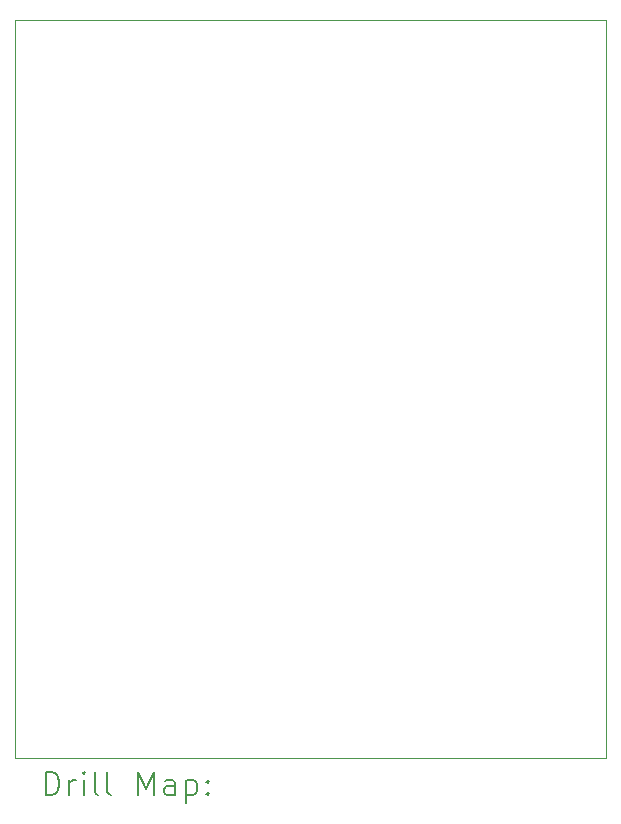
<source format=gbr>
%TF.GenerationSoftware,KiCad,Pcbnew,9.0.4*%
%TF.CreationDate,2025-09-25T20:50:39+02:00*%
%TF.ProjectId,switchboard,73776974-6368-4626-9f61-72642e6b6963,rev?*%
%TF.SameCoordinates,Original*%
%TF.FileFunction,Drillmap*%
%TF.FilePolarity,Positive*%
%FSLAX45Y45*%
G04 Gerber Fmt 4.5, Leading zero omitted, Abs format (unit mm)*
G04 Created by KiCad (PCBNEW 9.0.4) date 2025-09-25 20:50:39*
%MOMM*%
%LPD*%
G01*
G04 APERTURE LIST*
%ADD10C,0.050000*%
%ADD11C,0.200000*%
G04 APERTURE END LIST*
D10*
X6750000Y-6000000D02*
X11750000Y-6000000D01*
X11750000Y-12250000D01*
X6750000Y-12250000D01*
X6750000Y-6000000D01*
D11*
X7008277Y-12563984D02*
X7008277Y-12363984D01*
X7008277Y-12363984D02*
X7055896Y-12363984D01*
X7055896Y-12363984D02*
X7084467Y-12373508D01*
X7084467Y-12373508D02*
X7103515Y-12392555D01*
X7103515Y-12392555D02*
X7113039Y-12411603D01*
X7113039Y-12411603D02*
X7122562Y-12449698D01*
X7122562Y-12449698D02*
X7122562Y-12478269D01*
X7122562Y-12478269D02*
X7113039Y-12516365D01*
X7113039Y-12516365D02*
X7103515Y-12535412D01*
X7103515Y-12535412D02*
X7084467Y-12554460D01*
X7084467Y-12554460D02*
X7055896Y-12563984D01*
X7055896Y-12563984D02*
X7008277Y-12563984D01*
X7208277Y-12563984D02*
X7208277Y-12430650D01*
X7208277Y-12468746D02*
X7217801Y-12449698D01*
X7217801Y-12449698D02*
X7227324Y-12440174D01*
X7227324Y-12440174D02*
X7246372Y-12430650D01*
X7246372Y-12430650D02*
X7265420Y-12430650D01*
X7332086Y-12563984D02*
X7332086Y-12430650D01*
X7332086Y-12363984D02*
X7322562Y-12373508D01*
X7322562Y-12373508D02*
X7332086Y-12383031D01*
X7332086Y-12383031D02*
X7341610Y-12373508D01*
X7341610Y-12373508D02*
X7332086Y-12363984D01*
X7332086Y-12363984D02*
X7332086Y-12383031D01*
X7455896Y-12563984D02*
X7436848Y-12554460D01*
X7436848Y-12554460D02*
X7427324Y-12535412D01*
X7427324Y-12535412D02*
X7427324Y-12363984D01*
X7560658Y-12563984D02*
X7541610Y-12554460D01*
X7541610Y-12554460D02*
X7532086Y-12535412D01*
X7532086Y-12535412D02*
X7532086Y-12363984D01*
X7789229Y-12563984D02*
X7789229Y-12363984D01*
X7789229Y-12363984D02*
X7855896Y-12506841D01*
X7855896Y-12506841D02*
X7922562Y-12363984D01*
X7922562Y-12363984D02*
X7922562Y-12563984D01*
X8103515Y-12563984D02*
X8103515Y-12459222D01*
X8103515Y-12459222D02*
X8093991Y-12440174D01*
X8093991Y-12440174D02*
X8074943Y-12430650D01*
X8074943Y-12430650D02*
X8036848Y-12430650D01*
X8036848Y-12430650D02*
X8017801Y-12440174D01*
X8103515Y-12554460D02*
X8084467Y-12563984D01*
X8084467Y-12563984D02*
X8036848Y-12563984D01*
X8036848Y-12563984D02*
X8017801Y-12554460D01*
X8017801Y-12554460D02*
X8008277Y-12535412D01*
X8008277Y-12535412D02*
X8008277Y-12516365D01*
X8008277Y-12516365D02*
X8017801Y-12497317D01*
X8017801Y-12497317D02*
X8036848Y-12487793D01*
X8036848Y-12487793D02*
X8084467Y-12487793D01*
X8084467Y-12487793D02*
X8103515Y-12478269D01*
X8198753Y-12430650D02*
X8198753Y-12630650D01*
X8198753Y-12440174D02*
X8217801Y-12430650D01*
X8217801Y-12430650D02*
X8255896Y-12430650D01*
X8255896Y-12430650D02*
X8274943Y-12440174D01*
X8274943Y-12440174D02*
X8284467Y-12449698D01*
X8284467Y-12449698D02*
X8293991Y-12468746D01*
X8293991Y-12468746D02*
X8293991Y-12525888D01*
X8293991Y-12525888D02*
X8284467Y-12544936D01*
X8284467Y-12544936D02*
X8274943Y-12554460D01*
X8274943Y-12554460D02*
X8255896Y-12563984D01*
X8255896Y-12563984D02*
X8217801Y-12563984D01*
X8217801Y-12563984D02*
X8198753Y-12554460D01*
X8379705Y-12544936D02*
X8389229Y-12554460D01*
X8389229Y-12554460D02*
X8379705Y-12563984D01*
X8379705Y-12563984D02*
X8370182Y-12554460D01*
X8370182Y-12554460D02*
X8379705Y-12544936D01*
X8379705Y-12544936D02*
X8379705Y-12563984D01*
X8379705Y-12440174D02*
X8389229Y-12449698D01*
X8389229Y-12449698D02*
X8379705Y-12459222D01*
X8379705Y-12459222D02*
X8370182Y-12449698D01*
X8370182Y-12449698D02*
X8379705Y-12440174D01*
X8379705Y-12440174D02*
X8379705Y-12459222D01*
M02*

</source>
